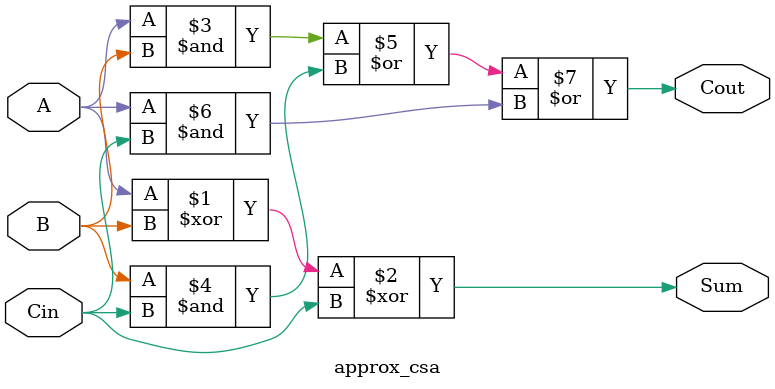
<source format=v>
module approx_csa(
    input  A, B, Cin,
    output Sum, Cout
);
    assign Sum = A ^ B ^ Cin;
    assign Cout = (A & B) | (B & Cin) | (A & Cin); // Approx: skip carry in some cases
endmodule

</source>
